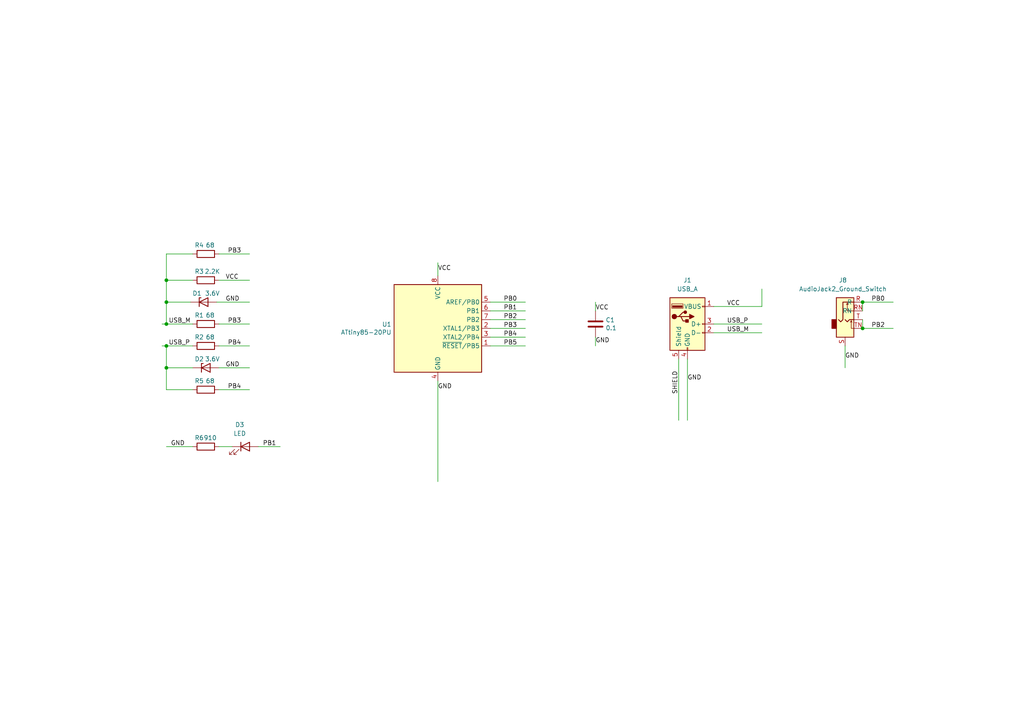
<source format=kicad_sch>
(kicad_sch (version 20211123) (generator eeschema)
  (paper "A4")
  (title_block (title "USB-to-pedals adapter (Digispark-compatible)"))
  (lib_symbols
    (symbol "Connector:AudioJack2_Ground_Switch"
      (property "Reference" "J8" (at -0.635 11.43 0))
      (property "Value" "AudioJack2_Ground_Switch" (at -0.635 8.89 0))
      (symbol "AudioJack2_Ground_Switch_0_1"
        (rectangle (start -2.54 -2.54) (end -3.81 0) (stroke (width 0.254)) (fill (type outline)))
        (rectangle (start 2.54 6.35) (end -2.54 -5.08) (stroke (width 0.254)) (fill (type background)))
      )
      (symbol "AudioJack2_Ground_Switch_1_1"
        (polyline (pts (xy 0.635 4.826) (xy 0.889 4.318)))
        (polyline (pts (xy 1.778 -0.254) (xy 2.032 -0.762)))
        (polyline (pts (xy 0 0) (xy 0.635 -0.635) (xy 1.27 0) (xy 2.54 0)) (stroke (width 0.254)))
        (polyline (pts (xy 2.54 -2.54) (xy 1.778 -2.54) (xy 1.778 -0.254) (xy 1.524 -0.762)))
        (polyline (pts (xy 2.54 2.54) (xy 0.635 2.54) (xy 0.635 4.826) (xy 0.381 4.318)))
        (polyline (pts (xy 2.54 5.08) (xy -0.635 5.08) (xy -0.635 0) (xy -1.27 -0.635) (xy -1.905 0)) (stroke (width 0.254)))
        (pin passive line (at 5.08 5.08 180) (length 2.54) (name "R") (number "R"))
        (pin passive line (at 5.08 2.54 180) (length 2.54) (name "RN") (number "RN"))
        (pin passive line (at 0 -7.62 90) (length 2.54) (name "~") (number "S"))
        (pin passive line (at 5.08 0 180) (length 2.54) (name "~") (number "T"))
        (pin passive line (at 5.08 -2.54 180) (length 2.54) (name "~") (number "TN"))
      )
    )
    (symbol "Connector:USB_A" (pin_names (offset 1.016))
      (property "Reference" "J" (at -5.08 11.43 0))
      (property "Value" "USB_A" (at -5.08 8.89 0))
      (symbol "USB_A_0_1"
        (rectangle (start -5.08 -7.62) (end 5.08 7.62) (stroke (width 0.254)) (fill (type background)))
        (circle (center -3.81 2.159) (radius 0.635) (stroke (width 0.254)) (fill (type outline)))
        (rectangle (start -1.524 4.826) (end -4.318 5.334) (fill (type outline)))
        (rectangle (start -1.27 4.572) (end -4.572 5.842))
        (circle (center -0.635 3.429) (radius 0.381) (stroke (width 0.254)) (fill (type outline)))
        (rectangle (start -0.127 -7.62) (end 0.127 -6.858))
        (polyline (pts (xy -3.175 2.159) (xy -2.54 2.159) (xy -1.27 3.429) (xy -0.635 3.429)) (stroke (width 0.254)))
        (polyline (pts (xy -2.54 2.159) (xy -1.905 2.159) (xy -1.27 0.889) (xy 0 0.889)) (stroke (width 0.254)))
        (polyline (pts (xy 0.635 2.794) (xy 0.635 1.524) (xy 1.905 2.159) (xy 0.635 2.794)) (stroke (width 0.254)) (fill (type outline)))
        (rectangle (start 0.254 1.27) (end -0.508 0.508) (stroke (width 0.254)) (fill (type outline)))
        (rectangle (start 5.08 -2.667) (end 4.318 -2.413))
        (rectangle (start 5.08 -0.127) (end 4.318 0.127))
        (rectangle (start 5.08 4.953) (end 4.318 5.207))
      )
      (symbol "USB_A_1_1"
        (polyline (pts (xy -1.905 2.159) (xy 0.635 2.159)) (stroke (width 0.254)))
        (pin power_in line (at 7.62 5.08 180) (length 2.54) (name "VBUS") (number "1"))
        (pin bidirectional line (at 7.62 -2.54 180) (length 2.54) (name "D-") (number "2"))
        (pin bidirectional line (at 7.62 0 180) (length 2.54) (name "D+") (number "3"))
        (pin power_in line (at 0 -10.16 90) (length 2.54) (name "GND") (number "4"))
        (pin passive line (at -2.54 -10.16 90) (length 2.54) (name "Shield") (number "5"))
      )
    )
    (symbol "Device:C" (pin_numbers hide) (pin_names (offset 0.254))
      (property "Reference" "C" (at 0.635 2.54 0))
      (property "Value" "C" (at 0.635 -2.54 0))
      (symbol "C_0_1"
        (polyline (pts (xy -2.032 -0.762) (xy 2.032 -0.762)) (stroke (width 0.508)))
        (polyline (pts (xy -2.032 0.762) (xy 2.032 0.762)) (stroke (width 0.508)))
      )
      (symbol "C_1_1"
        (pin passive line (at 0 3.81 270) (length 2.794) (name "~") (number "1"))
        (pin passive line (at 0 -3.81 90) (length 2.794) (name "~") (number "2"))
      )
    )
    (symbol "Device:D_Zener" (pin_numbers hide) (pin_names (offset 1.016) hide)
      (property "Reference" "D" (at 0 2.54 0))
      (property "Value" "D_Zener" (at 0 -2.54 0))
      (symbol "D_Zener_0_1"
        (polyline (pts (xy 1.27 0) (xy -1.27 0)))
        (polyline (pts (xy -1.27 -1.27) (xy -1.27 1.27) (xy -0.762 1.27)) (stroke (width 0.254)))
        (polyline (pts (xy 1.27 -1.27) (xy 1.27 1.27) (xy -1.27 0) (xy 1.27 -1.27)) (stroke (width 0.254)))
      )
      (symbol "D_Zener_1_1"
        (pin passive line (at -3.81 0 0) (length 2.54) (name "K") (number "1"))
        (pin passive line (at 3.81 0 180) (length 2.54) (name "A") (number "2"))
      )
    )
    (symbol "Device:LED" (pin_numbers hide) (pin_names (offset 1.016) hide)
      (property "Reference" "D" (at 0 2.54 0))
      (property "Value" "LED" (at 0 -2.54 0))
      (symbol "LED_0_1"
        (polyline (pts (xy -1.27 -1.27) (xy -1.27 1.27)) (stroke (width 0.254)))
        (polyline (pts (xy -1.27 0) (xy 1.27 0)))
        (polyline (pts (xy 1.27 -1.27) (xy 1.27 1.27) (xy -1.27 0) (xy 1.27 -1.27)) (stroke (width 0.254)))
        (polyline (pts (xy -3.048 -0.762) (xy -4.572 -2.286) (xy -3.81 -2.286) (xy -4.572 -2.286) (xy -4.572 -1.524)))
        (polyline (pts (xy -1.778 -0.762) (xy -3.302 -2.286) (xy -2.54 -2.286) (xy -3.302 -2.286) (xy -3.302 -1.524)))
      )
      (symbol "LED_1_1"
        (pin passive line (at -3.81 0 0) (length 2.54) (name "K") (number "1"))
        (pin passive line (at 3.81 0 180) (length 2.54) (name "A") (number "2"))
      )
    )
    (symbol "Device:R" (pin_numbers hide) (pin_names (offset 0))
      (property "Reference" "R" (at 2.032 0 90))
      (property "Value" "R" (at 0 0 90))
      (symbol "R_0_1"
        (rectangle (start -1.016 -2.54) (end 1.016 2.54) (stroke (width 0.254)))
      )
      (symbol "R_1_1"
        (pin passive line (at 0 3.81 270) (length 1.27) (name "~") (number "1"))
        (pin passive line (at 0 -3.81 90) (length 1.27) (name "~") (number "2"))
      )
    )
    (symbol "usb-ps2-rescue:ATtiny85-20PU-MCU_Microchip_ATtiny"
      (property "Reference" "U" (at -12.7 13.97 0))
      (property "Value" "ATtiny85-20PU-MCU_Microchip_ATtiny" (at 2.54 -13.97 0))
      (symbol "ATtiny85-20PU-MCU_Microchip_ATtiny_0_1"
        (rectangle (start -12.7 -12.7) (end 12.7 12.7) (stroke (width 0.254)) (fill (type background)))
      )
      (symbol "ATtiny85-20PU-MCU_Microchip_ATtiny_1_1"
        (pin bidirectional line (at 15.24 -5.08 180) (length 2.54) (name "~{RESET}/PB5") (number "1"))
        (pin bidirectional line (at 15.24 0 180) (length 2.54) (name "XTAL1/PB3") (number "2"))
        (pin bidirectional line (at 15.24 -2.54 180) (length 2.54) (name "XTAL2/PB4") (number "3"))
        (pin power_in line (at 0 -15.24 90) (length 2.54) (name "GND") (number "4"))
        (pin bidirectional line (at 15.24 7.62 180) (length 2.54) (name "AREF/PB0") (number "5"))
        (pin bidirectional line (at 15.24 5.08 180) (length 2.54) (name "PB1") (number "6"))
        (pin bidirectional line (at 15.24 2.54 180) (length 2.54) (name "PB2") (number "7"))
        (pin power_in line (at 0 15.24 270) (length 2.54) (name "VCC") (number "8"))
      )
    )
  )
  (junction (at 48.26 93.98))
  (junction (at 48.26 106.68))
  (junction (at 250.19 87.63))
  (junction (at 48.26 100.33))
  (junction (at 48.26 81.28))
  (junction (at 250.19 95.25))
  (junction (at 48.26 87.63))
  (wire (pts (xy 250.19 87.63) (xy 250.19 90.17)))
  (wire (pts (xy 48.26 113.03) (xy 48.26 106.68)))
  (wire (pts (xy 48.26 106.68) (xy 48.26 100.33)))
  (wire (pts (xy 55.88 81.28) (xy 48.26 81.28)))
  (wire (pts (xy 55.88 106.68) (xy 48.26 106.68)))
  (wire (pts (xy 142.24 87.63) (xy 152.4 87.63)))
  (wire (pts (xy 142.24 95.25) (xy 152.4 95.25)))
  (wire (pts (xy 48.26 73.66) (xy 48.26 81.28)))
  (wire (pts (xy 63.5 129.54) (xy 67.31 129.54)))
  (wire (pts (xy 127 80.01) (xy 127 76.2)))
  (wire (pts (xy 63.5 81.28) (xy 72.39 81.28)))
  (wire (pts (xy 196.85 104.14) (xy 196.85 121.92)))
  (wire (pts (xy 207.01 96.52) (xy 220.98 96.52)))
  (wire (pts (xy 142.24 97.79) (xy 152.4 97.79)))
  (wire (pts (xy 63.5 113.03) (xy 72.39 113.03)))
  (wire (pts (xy 142.24 100.33) (xy 152.4 100.33)))
  (wire (pts (xy 48.26 129.54) (xy 55.88 129.54)))
  (wire (pts (xy 63.5 93.98) (xy 72.39 93.98)))
  (wire (pts (xy 250.19 92.71) (xy 250.19 95.25)))
  (wire (pts (xy 142.24 90.17) (xy 152.4 90.17)))
  (wire (pts (xy 142.24 92.71) (xy 152.4 92.71)))
  (wire (pts (xy 250.19 95.25) (xy 259.08 95.25)))
  (wire (pts (xy 48.26 81.28) (xy 48.26 87.63)))
  (wire (pts (xy 55.88 100.33) (xy 48.26 100.33)))
  (wire (pts (xy 63.5 106.68) (xy 72.39 106.68)))
  (wire (pts (xy 62.865 87.63) (xy 72.39 87.63)))
  (wire (pts (xy 245.11 100.33) (xy 245.11 106.68)))
  (wire (pts (xy 207.01 88.9) (xy 220.98 88.9)))
  (wire (pts (xy 63.5 73.66) (xy 72.39 73.66)))
  (wire (pts (xy 127 110.49) (xy 127 139.7)))
  (wire (pts (xy 48.26 93.98) (xy 46.99 93.98)))
  (wire (pts (xy 55.245 87.63) (xy 48.26 87.63)))
  (wire (pts (xy 220.98 88.9) (xy 220.98 83.82)))
  (wire (pts (xy 250.19 87.63) (xy 259.08 87.63)))
  (wire (pts (xy 55.88 113.03) (xy 48.26 113.03)))
  (wire (pts (xy 55.88 93.98) (xy 48.26 93.98)))
  (wire (pts (xy 63.5 100.33) (xy 72.39 100.33)))
  (wire (pts (xy 199.39 104.14) (xy 199.39 121.92)))
  (wire (pts (xy 74.93 129.54) (xy 81.28 129.54)))
  (wire (pts (xy 55.88 73.66) (xy 48.26 73.66)))
  (wire (pts (xy 48.26 87.63) (xy 48.26 93.98)))
  (wire (pts (xy 172.72 90.17) (xy 172.72 87.63)))
  (wire (pts (xy 172.72 97.79) (xy 172.72 100.33)))
  (wire (pts (xy 207.01 93.98) (xy 220.98 93.98)))
  (wire (pts (xy 48.26 100.33) (xy 46.99 100.33)))
  (label "PB2" (at 252.73 95.25 0))
  (label "PB4" (at 66.04 113.03 0))
  (label "GND" (at 65.405 87.63 0))
  (label "GND" (at 127 113.03 0))
  (label "VCC" (at 65.405 81.28 0))
  (label "PB3" (at 146.05 95.25 0))
  (label "PB5" (at 146.05 100.33 0))
  (label "PB0" (at 252.73 87.63 0))
  (label "PB4" (at 66.04 100.33 0))
  (label "GND" (at 199.39 110.49 0))
  (label "GND" (at 65.405 106.68 0))
  (label "USB_P" (at 48.895 100.33 0))
  (label "USB_M" (at 210.82 96.52 0))
  (label "PB1" (at 146.05 90.17 0))
  (label "VCC" (at 210.82 88.9 0))
  (label "GND" (at 172.72 99.695 0))
  (label "SHIELD" (at 196.85 114.3 90))
  (label "PB2" (at 146.05 92.71 0))
  (label "PB1" (at 76.2 129.54 0))
  (label "VCC" (at 172.72 90.17 0))
  (label "PB3" (at 66.04 93.98 0))
  (label "PB0" (at 146.05 87.63 0))
  (label "VCC" (at 127 78.74 0))
  (label "GND" (at 245.11 104.14 0))
  (label "GND" (at 49.53 129.54 0))
  (label "PB3" (at 66.04 73.66 0))
  (label "USB_P" (at 210.82 93.98 0))
  (label "USB_M" (at 48.895 93.98 0))
  (label "PB4" (at 146.05 97.79 0))
  (symbol (lib_id "usb-ps2-rescue:ATtiny85-20PU-MCU_Microchip_ATtiny") (at 127 95.25 0) (unit 1)
    (property "Reference" "U1" (at 113.5634 94.0816 0) (effects (justify right)))
    (property "Value" "ATtiny85-20PU" (at 113.5634 96.393 0) (effects (justify right)))
    (property "Footprint" "Package_DIP:DIP-8_W7.62mm" (effects hide))
    (property "Datasheet" "http://ww1.microchip.com/downloads/en/DeviceDoc/atmel-2586-avr-8-bit-microcontroller-attiny25-attiny45-attiny85_datasheet.pdf" (effects hide))
  )
  (symbol (lib_id "Device:R") (at 59.69 93.98 270) (unit 1)
    (property "Reference" "R1" (at 57.785 91.44 90))
    (property "Value" "68" (at 60.96 91.44 90))
    (property "Footprint" "Resistor_THT:R_Axial_DIN0204_L3.6mm_D1.6mm_P5.08mm_Horizontal" (effects hide))
  )
  (symbol (lib_id "Device:R") (at 59.69 100.33 270) (unit 1)
    (property "Reference" "R2" (at 57.785 97.79 90))
    (property "Value" "68" (at 60.96 97.79 90))
    (property "Footprint" "Resistor_THT:R_Axial_DIN0204_L3.6mm_D1.6mm_P5.08mm_Horizontal" (effects hide))
  )
  (symbol (lib_id "Device:D_Zener") (at 59.055 87.63 0) (unit 1)
    (property "Reference" "D1" (at 57.15 85.09 0))
    (property "Value" "3.6V" (at 61.595 85.09 0))
    (property "Footprint" "Diode_THT:D_DO-35_SOD27_P5.08mm_Vertical_AnodeUp" (effects hide))
  )
  (symbol (lib_id "Device:D_Zener") (at 59.69 106.68 0) (unit 1)
    (property "Reference" "D2" (at 57.785 104.14 0))
    (property "Value" "3.6V" (at 61.595 104.14 0))
    (property "Footprint" "Diode_THT:D_DO-35_SOD27_P5.08mm_Vertical_AnodeUp" (effects hide))
  )
  (symbol (lib_id "Device:R") (at 59.69 81.28 270) (unit 1)
    (property "Reference" "R3" (at 57.785 78.74 90))
    (property "Value" "2.2K" (at 61.595 78.74 90))
    (property "Footprint" "Resistor_SMD:R_0805_2012Metric_Pad1.20x1.40mm_HandSolder" (effects hide))
  )
  (symbol (lib_id "Device:C") (at 172.72 93.98 0) (unit 1)
    (property "Reference" "C1" (at 175.641 92.8116 0) (effects (justify left)))
    (property "Value" "0.1" (at 175.641 95.123 0) (effects (justify left)))
    (property "Footprint" "Capacitor_SMD:C_0805_2012Metric_Pad1.18x1.45mm_HandSolder" (effects hide))
  )
  (symbol (lib_id "Connector:USB_A") (at 199.39 93.98 0) (unit 1)
    (property "Reference" "J1" (at 199.39 81.28 0))
    (property "Value" "USB_A" (at 199.39 83.82 0))
    (property "Footprint" "Connector_USB:USB_A_CONNFLY_DS1095-WNR0" (effects hide))
    (property "Datasheet" " ~" (effects hide))
  )
  (symbol (lib_id "Connector:AudioJack2_Ground_Switch") (at 245.11 92.71 0) (unit 1)
    (property "Reference" "J8" (at 244.475 81.28 0))
    (property "Value" "AudioJack2_Ground_Switch" (at 244.475 83.82 0))
    (property "Footprint" "Connector_Audio:Jack_3.5mm_CUI_SJ1-3525N_Horizontal" (effects hide))
  )
  (symbol (lib_id "Device:R") (at 59.69 73.66 270) (unit 1)
    (property "Reference" "R4" (at 57.785 71.12 90))
    (property "Value" "68" (at 60.96 71.12 90))
    (property "Footprint" "Resistor_SMD:R_0805_2012Metric_Pad1.20x1.40mm_HandSolder" (effects hide))
  )
  (symbol (lib_id "Device:LED") (at 71.12 129.54 0) (unit 1)
    (property "Reference" "D3" (at 69.5325 123.19 0))
    (property "Value" "LED" (at 69.5325 125.73 0))
    (property "Footprint" "LED_SMD:LED_0805_2012Metric_Pad1.15x1.40mm_HandSolder" (effects hide))
  )
  (symbol (lib_id "Device:R") (at 59.69 129.54 270) (unit 1)
    (property "Reference" "R6" (at 57.785 127 90))
    (property "Value" "910" (at 60.96 127 90))
    (property "Footprint" "Resistor_SMD:R_0805_2012Metric_Pad1.20x1.40mm_HandSolder" (effects hide))
  )
  (symbol (lib_id "Device:R") (at 59.69 113.03 270) (unit 1)
    (property "Reference" "R5" (at 57.785 110.49 90))
    (property "Value" "68" (at 60.96 110.49 90))
    (property "Footprint" "Resistor_SMD:R_0805_2012Metric_Pad1.20x1.40mm_HandSolder" (effects hide))
  )
)
</source>
